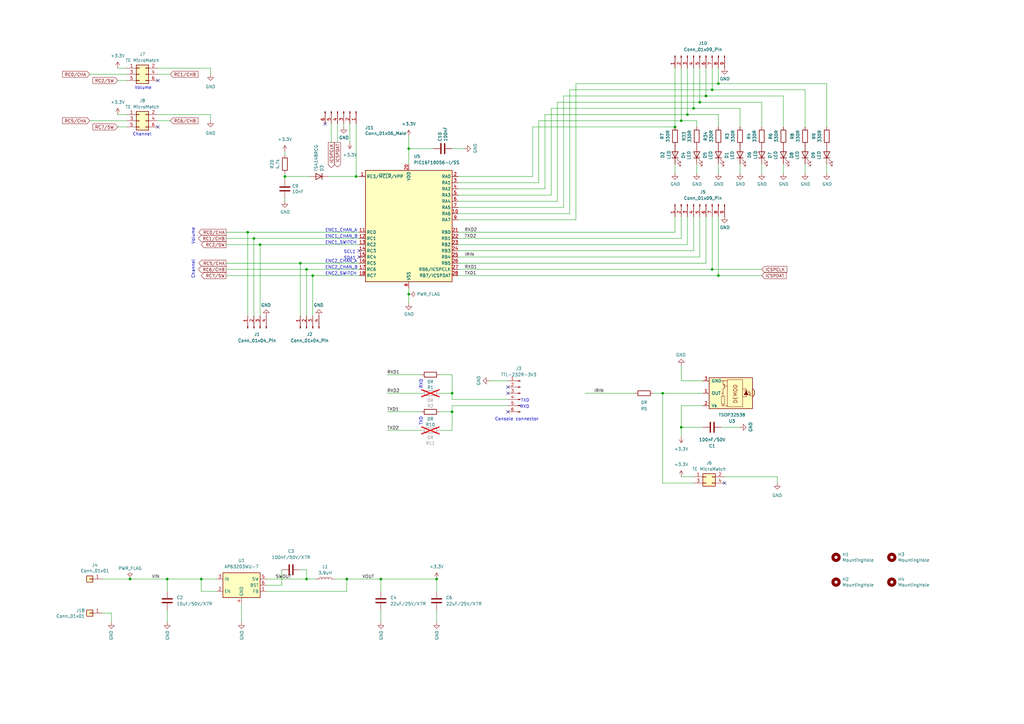
<source format=kicad_sch>
(kicad_sch (version 20250114) (generator "eeschema") (generator_version "9.0")
  (paper "A3")
  (title_block (title "Audio Input Selector IR Test") (date "2025-03-09") (rev "6") (comment 1 "https://github.com/schenkmi/electronic-projects"))
  (lib_symbols
    (symbol "+3.3V_1" (power) (pin_numbers (hide yes)) (pin_names (offset 0) (hide yes))
      (property "Value" "+3.3V" (at 0 3.556 0))
      (symbol "+3.3V_1_1_1"
        (pin power_in line (at 0 0 90) (length 0) (name "~") (number "1"))
      )
    )
    (symbol "Connector:Conn_01x04_Pin" (pin_names (offset 1.016) (hide yes))
      (property "Reference" "J" (at 0 5.08 0))
      (property "Value" "Conn_01x04_Pin" (at 0 -7.62 0))
      (symbol "Conn_01x04_Pin_1_1"
        (pin passive line (at 5.08 2.54 180) (length 3.81) (name "Pin_1") (number "1"))
        (pin passive line (at 5.08 0 180) (length 3.81) (name "Pin_2") (number "2"))
        (pin passive line (at 5.08 -2.54 180) (length 3.81) (name "Pin_3") (number "3"))
        (pin passive line (at 5.08 -5.08 180) (length 3.81) (name "Pin_4") (number "4"))
      )
    )
    (symbol "Connector:Conn_01x06_Male" (pin_names (offset 1.016) (hide yes))
      (property "Reference" "J" (at 0 7.62 0))
      (property "Value" "Conn_01x06_Male" (at 0 -10.16 0))
      (symbol "Conn_01x06_Male_1_1"
        (pin passive line (at 5.08 5.08 180) (length 3.81) (name "Pin_1") (number "1"))
        (pin passive line (at 5.08 2.54 180) (length 3.81) (name "Pin_2") (number "2"))
        (pin passive line (at 5.08 0 180) (length 3.81) (name "Pin_3") (number "3"))
        (pin passive line (at 5.08 -2.54 180) (length 3.81) (name "Pin_4") (number "4"))
        (pin passive line (at 5.08 -5.08 180) (length 3.81) (name "Pin_5") (number "5"))
        (pin passive line (at 5.08 -7.62 180) (length 3.81) (name "Pin_6") (number "6"))
      )
    )
    (symbol "Connector:Conn_01x06_Pin" (pin_names (offset 1.016) (hide yes))
      (property "Reference" "J" (at 0 7.62 0))
      (property "Value" "Conn_01x06_Pin" (at 0 -10.16 0))
      (symbol "Conn_01x06_Pin_1_1"
        (pin passive line (at 5.08 5.08 180) (length 3.81) (name "Pin_1") (number "1"))
        (pin passive line (at 5.08 2.54 180) (length 3.81) (name "Pin_2") (number "2"))
        (pin passive line (at 5.08 0 180) (length 3.81) (name "Pin_3") (number "3"))
        (pin passive line (at 5.08 -2.54 180) (length 3.81) (name "Pin_4") (number "4"))
        (pin passive line (at 5.08 -5.08 180) (length 3.81) (name "Pin_5") (number "5"))
        (pin passive line (at 5.08 -7.62 180) (length 3.81) (name "Pin_6") (number "6"))
      )
    )
    (symbol "Connector:Conn_01x09_Pin" (pin_names (offset 1.016) (hide yes))
      (property "Reference" "J" (at 0 12.7 0))
      (property "Value" "Conn_01x09_Pin" (at 0 -12.7 0))
      (symbol "Conn_01x09_Pin_1_1"
        (pin passive line (at 5.08 10.16 180) (length 3.81) (name "Pin_1") (number "1"))
        (pin passive line (at 5.08 7.62 180) (length 3.81) (name "Pin_2") (number "2"))
        (pin passive line (at 5.08 5.08 180) (length 3.81) (name "Pin_3") (number "3"))
        (pin passive line (at 5.08 2.54 180) (length 3.81) (name "Pin_4") (number "4"))
        (pin passive line (at 5.08 0 180) (length 3.81) (name "Pin_5") (number "5"))
        (pin passive line (at 5.08 -2.54 180) (length 3.81) (name "Pin_6") (number "6"))
        (pin passive line (at 5.08 -5.08 180) (length 3.81) (name "Pin_7") (number "7"))
        (pin passive line (at 5.08 -7.62 180) (length 3.81) (name "Pin_8") (number "8"))
        (pin passive line (at 5.08 -10.16 180) (length 3.81) (name "Pin_9") (number "9"))
      )
    )
    (symbol "Connector_Generic:Conn_01x01" (pin_names (offset 1.016) (hide yes))
      (property "Reference" "J" (at 0 2.54 0))
      (property "Value" "Conn_01x01" (at 0 -2.54 0))
      (symbol "Conn_01x01_1_1"
        (pin passive line (at -5.08 0 0) (length 3.81) (name "Pin_1") (number "1"))
      )
    )
    (symbol "Connector_Generic:Conn_02x02_Odd_Even" (pin_names (offset 1.016) (hide yes))
      (property "Reference" "J" (at 1.27 2.54 0))
      (property "Value" "Conn_02x02_Odd_Even" (at 1.27 -5.08 0))
      (symbol "Conn_02x02_Odd_Even_1_1"
        (pin passive line (at -5.08 0 0) (length 3.81) (name "Pin_1") (number "1"))
        (pin passive line (at -5.08 -2.54 0) (length 3.81) (name "Pin_3") (number "3"))
        (pin passive line (at 7.62 0 180) (length 3.81) (name "Pin_2") (number "2"))
        (pin passive line (at 7.62 -2.54 180) (length 3.81) (name "Pin_4") (number "4"))
      )
    )
    (symbol "Connector_Generic:Conn_02x03_Odd_Even" (pin_names (offset 1.016) (hide yes))
      (property "Reference" "J" (at 1.27 5.08 0))
      (property "Value" "Conn_02x03_Odd_Even" (at 1.27 -5.08 0))
      (symbol "Conn_02x03_Odd_Even_1_1"
        (pin passive line (at -5.08 2.54 0) (length 3.81) (name "Pin_1") (number "1"))
        (pin passive line (at -5.08 0 0) (length 3.81) (name "Pin_3") (number "3"))
        (pin passive line (at -5.08 -2.54 0) (length 3.81) (name "Pin_5") (number "5"))
        (pin passive line (at 7.62 2.54 180) (length 3.81) (name "Pin_2") (number "2"))
        (pin passive line (at 7.62 0 180) (length 3.81) (name "Pin_4") (number "4"))
        (pin passive line (at 7.62 -2.54 180) (length 3.81) (name "Pin_6") (number "6"))
      )
    )
    (symbol "Device:C" (pin_numbers (hide yes)) (pin_names (offset 0.254))
      (property "Reference" "C" (at 0.635 2.54 0))
      (property "Value" "C" (at 0.635 -2.54 0))
      (symbol "C_1_1"
        (pin passive line (at 0 3.81 270) (length 2.794) (name "~") (number "1"))
        (pin passive line (at 0 -3.81 90) (length 2.794) (name "~") (number "2"))
      )
    )
    (symbol "Device:L" (pin_numbers (hide yes)) (pin_names (offset 1.016) (hide yes))
      (property "Reference" "L" (at -1.27 0 90))
      (property "Value" "L" (at 1.905 0 90))
      (symbol "L_1_1"
        (pin passive line (at 0 3.81 270) (length 1.27) (name "1") (number "1"))
        (pin passive line (at 0 -3.81 90) (length 1.27) (name "2") (number "2"))
      )
    )
    (symbol "Device:LED" (pin_numbers (hide yes)) (pin_names (offset 1.016) (hide yes))
      (property "Reference" "D" (at 0 2.54 0))
      (property "Value" "LED" (at 0 -2.54 0))
      (symbol "LED_1_1"
        (pin passive line (at -3.81 0 0) (length 2.54) (name "K") (number "1"))
        (pin passive line (at 3.81 0 180) (length 2.54) (name "A") (number "2"))
      )
    )
    (symbol "Device:R" (pin_numbers (hide yes)) (pin_names (offset 0))
      (property "Reference" "R" (at 2.032 0 90))
      (property "Value" "R" (at 0 0 90))
      (symbol "R_1_1"
        (pin passive line (at 0 3.81 270) (length 1.27) (name "~") (number "1"))
        (pin passive line (at 0 -3.81 90) (length 1.27) (name "~") (number "2"))
      )
    )
    (symbol "Diode:1N4148W" (pin_numbers (hide yes)) (pin_names (hide yes))
      (property "Reference" "D" (at 0 2.54 0))
      (property "Value" "1N4148W" (at 0 -2.54 0))
      (symbol "1N4148W_1_1"
        (pin passive line (at -3.81 0 0) (length 2.54) (name "K") (number "1"))
        (pin passive line (at 3.81 0 180) (length 2.54) (name "A") (number "2"))
      )
    )
    (symbol "Interface_Optical:TSOP325xx" (pin_names (offset 1.016))
      (property "Reference" "U" (at -10.16 7.62 0))
      (property "Value" "TSOP325xx" (at -10.16 -7.62 0))
      (symbol "TSOP325xx_0_0"
        (text "DEMOD" (at -3.175 0.254 900) (effects (font (size 1.524 1.524))))
      )
      (symbol "TSOP325xx_1_1"
        (pin power_in line (at 10.16 5.08 180) (length 2.54) (name "Vs") (number "2"))
        (pin output line (at 10.16 0 180) (length 2.54) (name "OUT") (number "1"))
        (pin power_in line (at 10.16 -5.08 180) (length 2.54) (name "GND") (number "3"))
      )
    )
    (symbol "Mechanical:MountingHole" (pin_names (offset 1.016)) (exclude_from_sim yes) (in_bom no)
      (property "Reference" "H" (at 0 5.08 0))
      (property "Value" "MountingHole" (at 0 3.175 0))
    )
    (symbol "Regulator_Switching:AP63205WU"
      (property "Reference" "U" (at -7.62 6.35 0))
      (property "Value" "AP63205WU" (at 2.54 6.35 0))
      (symbol "AP63205WU_1_1"
        (pin power_in line (at -10.16 2.54 0) (length 2.54) (name "IN") (number "3"))
        (pin input line (at -10.16 -2.54 0) (length 2.54) (name "EN") (number "2"))
        (pin power_in line (at 0 -7.62 90) (length 2.54) (name "GND") (number "4"))
        (pin output line (at 10.16 2.54 180) (length 2.54) (name "SW") (number "5"))
        (pin passive line (at 10.16 0 180) (length 2.54) (name "BST") (number "6"))
        (pin input line (at 10.16 -2.54 180) (length 2.54) (name "FB") (number "1"))
      )
    )
    (symbol "kicad-snk:PIC16F18056-I/SS"
      (property "Reference" "U" (at 2.54 27.94 0))
      (property "Value" "PIC16F18056-I{slash}SS" (at 10.16 25.4 0))
      (symbol "PIC16F18056-I/SS_0_0"
        (pin passive line (at 0 -25.4 90) (length 2.54) (hide yes) (name "VSS") (number "19"))
      )
      (symbol "PIC16F18056-I/SS_1_1"
        (pin input line (at -20.32 20.32 0) (length 2.54) (name "RE3/~{MCLR}/VPP") (number "1"))
        (pin bidirectional line (at -20.32 -2.54 0) (length 2.54) (name "RC0") (number "11"))
        (pin bidirectional line (at -20.32 -5.08 0) (length 2.54) (name "RC1") (number "12"))
        (pin bidirectional line (at -20.32 -7.62 0) (length 2.54) (name "RC2") (number "13"))
        (pin bidirectional line (at -20.32 -10.16 0) (length 2.54) (name "RC3") (number "14"))
        (pin bidirectional line (at -20.32 -12.7 0) (length 2.54) (name "RC4") (number "15"))
        (pin bidirectional line (at -20.32 -15.24 0) (length 2.54) (name "RC5") (number "16"))
        (pin bidirectional line (at -20.32 -17.78 0) (length 2.54) (name "RC6") (number "17"))
        (pin bidirectional line (at -20.32 -20.32 0) (length 2.54) (name "RC7") (number "18"))
        (pin power_in line (at 0 25.4 270) (length 2.54) (name "VDD") (number "20"))
        (pin power_in line (at 0 -25.4 90) (length 2.54) (name "VSS") (number "8"))
        (pin bidirectional line (at 20.32 20.32 180) (length 2.54) (name "RA0") (number "2"))
        (pin bidirectional line (at 20.32 17.78 180) (length 2.54) (name "RA1") (number "3"))
        (pin bidirectional line (at 20.32 15.24 180) (length 2.54) (name "RA2") (number "4"))
        (pin bidirectional line (at 20.32 12.7 180) (length 2.54) (name "RA3") (number "5"))
        (pin bidirectional line (at 20.32 10.16 180) (length 2.54) (name "RA4") (number "6"))
        (pin bidirectional line (at 20.32 7.62 180) (length 2.54) (name "RA5") (number "7"))
        (pin bidirectional line (at 20.32 5.08 180) (length 2.54) (name "RA6") (number "10"))
        (pin bidirectional line (at 20.32 2.54 180) (length 2.54) (name "RA7") (number "9"))
        (pin bidirectional line (at 20.32 -2.54 180) (length 2.54) (name "RB0") (number "21"))
        (pin bidirectional line (at 20.32 -5.08 180) (length 2.54) (name "RB1") (number "22"))
        (pin bidirectional line (at 20.32 -7.62 180) (length 2.54) (name "RB2") (number "23"))
        (pin bidirectional line (at 20.32 -10.16 180) (length 2.54) (name "RB3") (number "24"))
        (pin bidirectional line (at 20.32 -12.7 180) (length 2.54) (name "RB4") (number "25"))
        (pin bidirectional line (at 20.32 -15.24 180) (length 2.54) (name "RB5") (number "26"))
        (pin bidirectional line (at 20.32 -17.78 180) (length 2.54) (name "RB6/ICSPCLK") (number "27"))
        (pin bidirectional line (at 20.32 -20.32 180) (length 2.54) (name "RB7/ICSPDAT") (number "28"))
      )
    )
    (symbol "power:GND" (power) (pin_numbers (hide yes)) (pin_names (offset 0) (hide yes))
      (property "Value" "GND" (at 0 -3.81 0))
      (symbol "GND_1_1"
        (pin power_in line (at 0 0 270) (length 0) (name "~") (number "1"))
      )
    )
    (symbol "power:PWR_FLAG" (power) (pin_numbers (hide yes)) (pin_names (offset 0) (hide yes))
      (property "Value" "PWR_FLAG" (at 0 3.81 0))
      (symbol "PWR_FLAG_0_0"
        (pin power_out line (at 0 0 90) (length 0) (name "~") (number "1"))
      )
    )
  )
  (text "TXD" (at 217.17 165.1 0) (effects (font (size 1.27 1.27)) (justify right bottom)))
  (text "SCL1" (at 140.97 104.14 0) (effects (font (size 1.27 1.27)) (justify left bottom)))
  (text "ENC2_CHAN_A" (at 133.35 107.95 0) (effects (font (size 1.27 1.27)) (justify left bottom)))
  (text "Channel" (at 80.01 114.3 90) (effects (font (size 1.27 1.27)) (justify left bottom)))
  (text "ENC2_SWITCH" (at 133.35 113.03 0) (effects (font (size 1.27 1.27)) (justify left bottom)))
  (text "ENC1_SWITCH" (at 133.35 100.33 0) (effects (font (size 1.27 1.27)) (justify left bottom)))
  (text "SDA1" (at 140.97 106.68 0) (effects (font (size 1.27 1.27)) (justify left bottom)))
  (text "ENC1_CHAN_A" (at 133.35 95.25 0) (effects (font (size 1.27 1.27)) (justify left bottom)))
  (text "RXD" (at 172.72 157.48 90) (effects (font (size 1.27 1.27))))
  (text "Console connector" (at 220.98 172.72 0) (effects (font (size 1.27 1.27)) (justify right bottom)))
  (text "Channel" (at 62.23 55.88 0) (effects (font (size 1.27 1.27)) (justify right bottom)))
  (text "ENC1_CHAN_B" (at 133.35 97.79 0) (effects (font (size 1.27 1.27)) (justify left bottom)))
  (text "Volume" (at 62.23 36.83 0) (effects (font (size 1.27 1.27)) (justify right bottom)))
  (text "ENC2_CHAN_B" (at 133.35 110.49 0) (effects (font (size 1.27 1.27)) (justify left bottom)))
  (text "RXD" (at 217.17 167.64 0) (effects (font (size 1.27 1.27)) (justify right bottom)))
  (text "Volume" (at 80.01 100.33 90) (effects (font (size 1.27 1.27)) (justify left bottom)))
  (text "TXD" (at 172.72 172.72 90) (effects (font (size 1.27 1.27))))
  (junction (at 167.64 60.96))
  (junction (at 146.05 72.39))
  (junction (at 279.4 175.26))
  (junction (at 276.86 52.07))
  (junction (at 128.27 113.03))
  (junction (at 123.19 107.95))
  (junction (at 294.64 34.29))
  (junction (at 142.24 237.49))
  (junction (at 104.14 97.79))
  (junction (at 53.34 237.49))
  (junction (at 185.42 161.29))
  (junction (at 281.94 46.99))
  (junction (at 156.21 237.49))
  (junction (at 292.1 110.49))
  (junction (at 289.56 39.37))
  (junction (at 167.64 120.65))
  (junction (at 279.4 49.53))
  (junction (at 179.07 237.49))
  (junction (at 284.48 44.45))
  (junction (at 101.6 95.25))
  (junction (at 106.68 100.33))
  (junction (at 185.42 168.91))
  (junction (at 287.02 41.91))
  (junction (at 125.73 110.49))
  (junction (at 271.78 161.29))
  (junction (at 116.84 72.39))
  (junction (at 294.64 113.03))
  (junction (at 82.55 237.49))
  (junction (at 68.58 237.49))
  (junction (at 292.1 36.83))
  (junction (at 125.73 237.49))
  (no_connect (at 64.77 33.02))
  (no_connect (at 64.77 52.07))
  (no_connect (at 208.28 161.29))
  (no_connect (at 208.28 168.91))
  (no_connect (at 297.18 198.12))
  (no_connect (at 208.28 158.75))
  (no_connect (at 147.32 105.41))
  (no_connect (at 147.32 102.87))
  (no_connect (at 133.35 50.8))
  (wire (pts (xy 292.1 36.83) (xy 330.2 36.83)))
  (wire (pts (xy 101.6 95.25) (xy 147.32 95.25)))
  (wire (pts (xy 177.8 60.96) (xy 167.64 60.96)))
  (wire (pts (xy 281.94 27.94) (xy 281.94 46.99)))
  (wire (pts (xy 92.71 97.79) (xy 104.14 97.79)))
  (wire (pts (xy 187.96 72.39) (xy 218.44 72.39)))
  (wire (pts (xy 279.4 175.26) (xy 279.4 166.37)))
  (wire (pts (xy 303.53 175.26) (xy 295.91 175.26)))
  (wire (pts (xy 287.02 41.91) (xy 312.42 41.91)))
  (wire (pts (xy 104.14 97.79) (xy 104.14 129.54)))
  (wire (pts (xy 294.64 34.29) (xy 339.09 34.29)))
  (wire (pts (xy 86.36 27.94) (xy 86.36 30.48)))
  (wire (pts (xy 220.98 49.53) (xy 279.4 49.53)))
  (wire (pts (xy 142.24 242.57) (xy 142.24 237.49)))
  (wire (pts (xy 187.96 95.25) (xy 276.86 95.25)))
  (wire (pts (xy 279.4 156.21) (xy 288.29 156.21)))
  (wire (pts (xy 339.09 34.29) (xy 339.09 52.07)))
  (wire (pts (xy 88.9 242.57) (xy 82.55 242.57)))
  (wire (pts (xy 187.96 102.87) (xy 284.48 102.87)))
  (wire (pts (xy 284.48 27.94) (xy 284.48 44.45)))
  (wire (pts (xy 281.94 46.99) (xy 294.64 46.99)))
  (wire (pts (xy 185.42 161.29) (xy 185.42 153.67)))
  (wire (pts (xy 82.55 242.57) (xy 82.55 237.49)))
  (wire (pts (xy 185.42 168.91) (xy 180.34 168.91)))
  (wire (pts (xy 101.6 95.25) (xy 101.6 129.54)))
  (wire (pts (xy 187.96 90.17) (xy 236.22 90.17)))
  (wire (pts (xy 142.24 237.49) (xy 156.21 237.49)))
  (wire (pts (xy 284.48 198.12) (xy 271.78 198.12)))
  (wire (pts (xy 134.62 72.39) (xy 146.05 72.39)))
  (wire (pts (xy 303.53 44.45) (xy 303.53 52.07)))
  (wire (pts (xy 128.27 113.03) (xy 128.27 129.54)))
  (wire (pts (xy 292.1 27.94) (xy 292.1 36.83)))
  (wire (pts (xy 279.4 97.79) (xy 279.4 88.9)))
  (wire (pts (xy 158.75 161.29) (xy 172.72 161.29)))
  (wire (pts (xy 187.96 97.79) (xy 279.4 97.79)))
  (wire (pts (xy 218.44 72.39) (xy 218.44 52.07)))
  (wire (pts (xy 187.96 82.55) (xy 228.6 82.55)))
  (wire (pts (xy 303.53 67.31) (xy 303.53 71.12)))
  (wire (pts (xy 179.07 250.19) (xy 179.07 255.27)))
  (wire (pts (xy 288.29 166.37) (xy 279.4 166.37)))
  (wire (pts (xy 294.64 88.9) (xy 294.64 113.03)))
  (wire (pts (xy 236.22 34.29) (xy 294.64 34.29)))
  (wire (pts (xy 156.21 237.49) (xy 156.21 242.57)))
  (wire (pts (xy 321.31 67.31) (xy 321.31 71.12)))
  (wire (pts (xy 187.96 80.01) (xy 226.06 80.01)))
  (wire (pts (xy 158.75 168.91) (xy 172.72 168.91)))
  (wire (pts (xy 233.68 36.83) (xy 292.1 36.83)))
  (wire (pts (xy 99.06 247.65) (xy 99.06 255.27)))
  (wire (pts (xy 312.42 41.91) (xy 312.42 52.07)))
  (wire (pts (xy 179.07 242.57) (xy 179.07 237.49)))
  (wire (pts (xy 289.56 27.94) (xy 289.56 39.37)))
  (wire (pts (xy 128.27 113.03) (xy 147.32 113.03)))
  (wire (pts (xy 138.43 50.8) (xy 138.43 58.42)))
  (wire (pts (xy 187.96 85.09) (xy 231.14 85.09)))
  (wire (pts (xy 297.18 195.58) (xy 318.77 195.58)))
  (wire (pts (xy 260.35 161.29) (xy 240.03 161.29)))
  (wire (pts (xy 321.31 39.37) (xy 321.31 52.07)))
  (wire (pts (xy 289.56 107.95) (xy 289.56 88.9)))
  (wire (pts (xy 279.4 179.07) (xy 279.4 175.26)))
  (wire (pts (xy 339.09 67.31) (xy 339.09 71.12)))
  (wire (pts (xy 92.71 110.49) (xy 125.73 110.49)))
  (wire (pts (xy 123.19 129.54) (xy 123.19 107.95)))
  (wire (pts (xy 187.96 74.93) (xy 220.98 74.93)))
  (wire (pts (xy 48.26 33.02) (xy 52.07 33.02)))
  (wire (pts (xy 185.42 153.67) (xy 180.34 153.67)))
  (wire (pts (xy 187.96 107.95) (xy 289.56 107.95)))
  (wire (pts (xy 330.2 67.31) (xy 330.2 71.12)))
  (wire (pts (xy 276.86 95.25) (xy 276.86 88.9)))
  (wire (pts (xy 125.73 237.49) (xy 129.54 237.49)))
  (wire (pts (xy 109.22 237.49) (xy 125.73 237.49)))
  (wire (pts (xy 92.71 100.33) (xy 106.68 100.33)))
  (wire (pts (xy 146.05 50.8) (xy 146.05 72.39)))
  (wire (pts (xy 312.42 67.31) (xy 312.42 71.12)))
  (wire (pts (xy 185.42 176.53) (xy 185.42 168.91)))
  (wire (pts (xy 226.06 80.01) (xy 226.06 44.45)))
  (wire (pts (xy 288.29 175.26) (xy 279.4 175.26)))
  (wire (pts (xy 294.64 46.99) (xy 294.64 52.07)))
  (wire (pts (xy 123.19 107.95) (xy 147.32 107.95)))
  (wire (pts (xy 318.77 195.58) (xy 318.77 198.12)))
  (wire (pts (xy 64.77 49.53) (xy 69.85 49.53)))
  (wire (pts (xy 45.72 255.27) (xy 45.72 251.46)))
  (wire (pts (xy 279.4 27.94) (xy 279.4 49.53)))
  (wire (pts (xy 294.64 67.31) (xy 294.64 71.12)))
  (wire (pts (xy 143.51 50.8) (xy 143.51 58.42)))
  (wire (pts (xy 292.1 110.49) (xy 312.42 110.49)))
  (wire (pts (xy 218.44 52.07) (xy 276.86 52.07)))
  (wire (pts (xy 180.34 176.53) (xy 185.42 176.53)))
  (wire (pts (xy 158.75 176.53) (xy 172.72 176.53)))
  (wire (pts (xy 223.52 77.47) (xy 223.52 46.99)))
  (wire (pts (xy 41.91 251.46) (xy 45.72 251.46)))
  (wire (pts (xy 156.21 237.49) (xy 179.07 237.49)))
  (wire (pts (xy 167.64 55.88) (xy 167.64 60.96)))
  (wire (pts (xy 226.06 44.45) (xy 284.48 44.45)))
  (wire (pts (xy 228.6 82.55) (xy 228.6 41.91)))
  (wire (pts (xy 281.94 100.33) (xy 281.94 88.9)))
  (wire (pts (xy 116.84 72.39) (xy 116.84 71.12)))
  (wire (pts (xy 289.56 39.37) (xy 321.31 39.37)))
  (wire (pts (xy 167.64 124.46) (xy 167.64 120.65)))
  (wire (pts (xy 285.75 67.31) (xy 285.75 71.12)))
  (wire (pts (xy 125.73 110.49) (xy 125.73 129.54)))
  (wire (pts (xy 156.21 250.19) (xy 156.21 255.27)))
  (wire (pts (xy 276.86 27.94) (xy 276.86 52.07)))
  (wire (pts (xy 68.58 250.19) (xy 68.58 255.27)))
  (wire (pts (xy 287.02 27.94) (xy 287.02 41.91)))
  (wire (pts (xy 146.05 72.39) (xy 147.32 72.39)))
  (wire (pts (xy 187.96 100.33) (xy 281.94 100.33)))
  (wire (pts (xy 64.77 46.99) (xy 86.36 46.99)))
  (wire (pts (xy 231.14 85.09) (xy 231.14 39.37)))
  (wire (pts (xy 109.22 242.57) (xy 142.24 242.57)))
  (wire (pts (xy 279.4 195.58) (xy 284.48 195.58)))
  (wire (pts (xy 236.22 90.17) (xy 236.22 34.29)))
  (wire (pts (xy 285.75 49.53) (xy 285.75 52.07)))
  (wire (pts (xy 223.52 46.99) (xy 281.94 46.99)))
  (wire (pts (xy 109.22 240.03) (xy 115.57 240.03)))
  (wire (pts (xy 228.6 41.91) (xy 287.02 41.91)))
  (wire (pts (xy 115.57 240.03) (xy 115.57 233.68)))
  (wire (pts (xy 208.28 163.83) (xy 185.42 163.83)))
  (wire (pts (xy 271.78 198.12) (xy 271.78 161.29)))
  (wire (pts (xy 187.96 113.03) (xy 294.64 113.03)))
  (wire (pts (xy 187.96 87.63) (xy 233.68 87.63)))
  (wire (pts (xy 284.48 102.87) (xy 284.48 88.9)))
  (wire (pts (xy 294.64 113.03) (xy 312.42 113.03)))
  (wire (pts (xy 279.4 149.86) (xy 279.4 156.21)))
  (wire (pts (xy 167.64 120.65) (xy 167.64 118.11)))
  (wire (pts (xy 123.19 233.68) (xy 125.73 233.68)))
  (wire (pts (xy 200.66 156.21) (xy 208.28 156.21)))
  (wire (pts (xy 185.42 60.96) (xy 190.5 60.96)))
  (wire (pts (xy 220.98 74.93) (xy 220.98 49.53)))
  (wire (pts (xy 292.1 88.9) (xy 292.1 110.49)))
  (wire (pts (xy 48.26 46.99) (xy 52.07 46.99)))
  (wire (pts (xy 187.96 105.41) (xy 287.02 105.41)))
  (wire (pts (xy 106.68 100.33) (xy 147.32 100.33)))
  (wire (pts (xy 185.42 166.37) (xy 185.42 168.91)))
  (wire (pts (xy 185.42 163.83) (xy 185.42 161.29)))
  (wire (pts (xy 142.24 237.49) (xy 137.16 237.49)))
  (wire (pts (xy 127 72.39) (xy 116.84 72.39)))
  (wire (pts (xy 116.84 73.66) (xy 116.84 72.39)))
  (wire (pts (xy 330.2 36.83) (xy 330.2 52.07)))
  (wire (pts (xy 187.96 110.49) (xy 292.1 110.49)))
  (wire (pts (xy 279.4 49.53) (xy 285.75 49.53)))
  (wire (pts (xy 287.02 105.41) (xy 287.02 88.9)))
  (wire (pts (xy 64.77 27.94) (xy 86.36 27.94)))
  (wire (pts (xy 208.28 166.37) (xy 185.42 166.37)))
  (wire (pts (xy 233.68 87.63) (xy 233.68 36.83)))
  (wire (pts (xy 116.84 82.55) (xy 116.84 81.28)))
  (wire (pts (xy 106.68 100.33) (xy 106.68 129.54)))
  (wire (pts (xy 276.86 67.31) (xy 276.86 71.12)))
  (wire (pts (xy 180.34 161.29) (xy 185.42 161.29)))
  (wire (pts (xy 125.73 110.49) (xy 147.32 110.49)))
  (wire (pts (xy 68.58 237.49) (xy 68.58 242.57)))
  (wire (pts (xy 82.55 237.49) (xy 88.9 237.49)))
  (wire (pts (xy 68.58 237.49) (xy 82.55 237.49)))
  (wire (pts (xy 53.34 237.49) (xy 68.58 237.49)))
  (wire (pts (xy 41.91 237.49) (xy 53.34 237.49)))
  (wire (pts (xy 92.71 95.25) (xy 101.6 95.25)))
  (wire (pts (xy 36.83 49.53) (xy 52.07 49.53)))
  (wire (pts (xy 36.83 30.48) (xy 52.07 30.48)))
  (wire (pts (xy 231.14 39.37) (xy 289.56 39.37)))
  (wire (pts (xy 187.96 77.47) (xy 223.52 77.47)))
  (wire (pts (xy 294.64 27.94) (xy 294.64 34.29)))
  (wire (pts (xy 92.71 107.95) (xy 123.19 107.95)))
  (wire (pts (xy 167.64 60.96) (xy 167.64 67.31)))
  (wire (pts (xy 92.71 113.03) (xy 128.27 113.03)))
  (wire (pts (xy 86.36 46.99) (xy 86.36 49.53)))
  (wire (pts (xy 125.73 233.68) (xy 125.73 237.49)))
  (wire (pts (xy 158.75 153.67) (xy 172.72 153.67)))
  (wire (pts (xy 116.84 63.5) (xy 116.84 62.23)))
  (wire (pts (xy 64.77 30.48) (xy 69.85 30.48)))
  (wire (pts (xy 48.26 52.07) (xy 52.07 52.07)))
  (wire (pts (xy 284.48 44.45) (xy 303.53 44.45)))
  (wire (pts (xy 104.14 97.79) (xy 147.32 97.79)))
  (wire (pts (xy 48.26 27.94) (xy 52.07 27.94)))
  (wire (pts (xy 271.78 161.29) (xy 267.97 161.29)))
  (wire (pts (xy 135.89 50.8) (xy 135.89 58.42)))
  (wire (pts (xy 288.29 161.29) (xy 271.78 161.29)))
  (wire (pts (xy 140.97 50.8) (xy 140.97 52.07)))
  (label "RXD2" (at 190.5 95.25 0))
  (label "RXD2" (at 158.75 161.29 0))
  (label "VIN" (at 62.23 237.49 0))
  (label "VOUT" (at 148.59 237.49 0))
  (label "TXD2" (at 158.75 176.53 0))
  (label "TXD1" (at 190.5 113.03 0))
  (label "IRIN" (at 247.65 161.29 180))
  (label "SWOUT" (at 113.03 237.49 0))
  (label "TXD2" (at 190.5 97.79 0))
  (label "RXD1" (at 158.75 153.67 0))
  (label "TXD1" (at 158.75 168.91 0))
  (label "RXD1" (at 190.5 110.49 0))
  (label "IRIN" (at 190.5 105.41 0))
  (global_label "ICSPDAT" (shape output) (at 138.43 58.42 270) (property "Intersheetrefs" "${INTERSHEET_REFS}" (effects (hide yes))))
  (global_label "RC0{slash}CHA" (shape input) (at 36.83 30.48 180) (property "Intersheetrefs" "${INTERSHEET_REFS}" (effects (hide yes))))
  (global_label "RC2{slash}SW" (shape output) (at 92.71 100.33 180) (property "Intersheetrefs" "${INTERSHEET_REFS}" (effects (hide yes))))
  (global_label "RC7{slash}SW" (shape input) (at 48.26 52.07 180) (property "Intersheetrefs" "${INTERSHEET_REFS}" (effects (hide yes))))
  (global_label "RC6{slash}CHB" (shape input) (at 69.85 49.53 0) (property "Intersheetrefs" "${INTERSHEET_REFS}" (effects (hide yes))))
  (global_label "RC7{slash}SW" (shape output) (at 92.71 113.03 180) (property "Intersheetrefs" "${INTERSHEET_REFS}" (effects (hide yes))))
  (global_label "RC6{slash}CHB" (shape output) (at 92.71 110.49 180) (property "Intersheetrefs" "${INTERSHEET_REFS}" (effects (hide yes))))
  (global_label "RC5{slash}CHA" (shape input) (at 36.83 49.53 180) (property "Intersheetrefs" "${INTERSHEET_REFS}" (effects (hide yes))))
  (global_label "RC0{slash}CHA" (shape output) (at 92.71 95.25 180) (property "Intersheetrefs" "${INTERSHEET_REFS}" (effects (hide yes))))
  (global_label "ICSPDAT" (shape input) (at 312.42 113.03 0) (property "Intersheetrefs" "${INTERSHEET_REFS}" (effects (hide yes))))
  (global_label "ICSPCLK" (shape input) (at 312.42 110.49 0) (property "Intersheetrefs" "${INTERSHEET_REFS}" (effects (hide yes))))
  (global_label "RC2{slash}SW" (shape input) (at 48.26 33.02 180) (property "Intersheetrefs" "${INTERSHEET_REFS}" (effects (hide yes))))
  (global_label "RC1{slash}CHB" (shape input) (at 69.85 30.48 0) (property "Intersheetrefs" "${INTERSHEET_REFS}" (effects (hide yes))))
  (global_label "RC5{slash}CHA" (shape output) (at 92.71 107.95 180) (property "Intersheetrefs" "${INTERSHEET_REFS}" (effects (hide yes))))
  (global_label "ICSPCLK" (shape output) (at 135.89 58.42 270) (property "Intersheetrefs" "${INTERSHEET_REFS}" (effects (hide yes))))
  (global_label "RC1{slash}CHB" (shape output) (at 92.71 97.79 180) (property "Intersheetrefs" "${INTERSHEET_REFS}" (effects (hide yes))))
  (symbol (lib_id "Mechanical:MountingHole") (at 342.9 228.6 0) (unit 1)
    (property "Reference" "H1" (at 345.44 227.4316 0) (effects (justify left)))
    (property "Value" "MountingHole" (at 345.44 229.743 0) (effects (justify left)))
    (property "Footprint" "MountingHole:MountingHole_3.2mm_M3_Pad_Via" (effects (hide yes)))
    (property "Description" "Mounting Hole without connection" (effects (hide yes)))
  )
  (symbol (lib_id "Mechanical:MountingHole") (at 365.76 228.6 0) (unit 1)
    (property "Reference" "H3" (at 368.3 227.4316 0) (effects (justify left)))
    (property "Value" "MountingHole" (at 368.3 229.743 0) (effects (justify left)))
    (property "Footprint" "MountingHole:MountingHole_3.2mm_M3_Pad_Via" (effects (hide yes)))
    (property "Description" "Mounting Hole without connection" (effects (hide yes)))
  )
  (symbol (lib_id "Mechanical:MountingHole") (at 342.9 238.76 0) (unit 1)
    (property "Reference" "H2" (at 345.44 237.5916 0) (effects (justify left)))
    (property "Value" "MountingHole" (at 345.44 239.903 0) (effects (justify left)))
    (property "Footprint" "MountingHole:MountingHole_3.2mm_M3_Pad_Via" (effects (hide yes)))
    (property "Description" "Mounting Hole without connection" (effects (hide yes)))
  )
  (symbol (lib_id "Mechanical:MountingHole") (at 365.76 238.76 0) (unit 1)
    (property "Reference" "H4" (at 368.3 237.5916 0) (effects (justify left)))
    (property "Value" "MountingHole" (at 368.3 239.903 0) (effects (justify left)))
    (property "Footprint" "MountingHole:MountingHole_3.2mm_M3_Pad_Via" (effects (hide yes)))
    (property "Description" "Mounting Hole without connection" (effects (hide yes)))
  )
  (symbol (lib_id "Device:C") (at 292.1 175.26 270) (unit 1)
    (property "Reference" "C1" (at 292.1 182.88 90))
    (property "Value" "100nF/50V" (at 292.1 180.34 90))
    (property "Footprint" "Capacitor_SMD:C_0603_1608Metric_Pad1.08x0.95mm_HandSolder" (effects (hide yes)))
  )
  (symbol (lib_name "+3.3V_1") (lib_id "power:+3.3V") (at 279.4 195.58 0) (unit 1)
    (property "Reference" "#PWR031" (effects (hide yes)))
    (property "Value" "+3.3V" (at 279.4 190.5 0))
    (property "Description" "Power symbol creates a global label with name \"+3.3V\"" (effects (hide yes)))
  )
  (symbol (lib_id "power:GND") (at 109.22 129.54 180) (unit 1)
    (property "Reference" "#PWR026" (effects (hide yes)))
    (property "Value" "GND" (at 109.093 125.1458 0))
  )
  (symbol (lib_id "Device:R") (at 330.2 55.88 0) (unit 1)
    (property "Reference" "R8" (at 324.9422 55.88 90))
    (property "Value" "330R" (at 327.2536 55.88 90))
    (property "Footprint" "Resistor_SMD:R_0603_1608Metric_Pad0.98x0.95mm_HandSolder" (effects (hide yes)))
    (property "manf#" "RT0603FRD07330RL" (effects (hide yes)))
  )
  (symbol (lib_id "Device:C") (at 179.07 246.38 0) (unit 1)
    (property "Reference" "C6" (at 182.88 245.1099 0) (effects (justify left)))
    (property "Value" "22uF/25V/X7R" (at 182.88 247.6499 0) (effects (justify left)))
    (property "Footprint" "Capacitor_SMD:C_1210_3225Metric_Pad1.33x2.70mm_HandSolder" (effects (hide yes)))
    (property "Description" "Unpolarized capacitor" (effects (hide yes)))
  )
  (symbol (lib_id "power:GND") (at 68.58 255.27 0) (unit 1)
    (property "Reference" "#PWR013" (effects (hide yes)))
    (property "Value" "GND" (at 68.707 258.5212 90) (effects (justify right)))
  )
  (symbol (lib_id "power:GND") (at 321.31 71.12 0) (unit 1)
    (property "Reference" "#PWR020" (effects (hide yes)))
    (property "Value" "GND" (at 321.437 75.5142 0))
  )
  (symbol (lib_id "power:PWR_FLAG") (at 53.34 237.49 0) (unit 1)
    (property "Reference" "#FLG01" (effects (hide yes)))
    (property "Value" "PWR_FLAG" (at 53.34 233.0958 0))
  )
  (symbol (lib_id "Device:R") (at 176.53 153.67 90) (unit 1)
    (property "Reference" "R1" (at 176.53 158.9278 90))
    (property "Value" "0R" (at 176.53 156.6164 90))
    (property "Footprint" "Resistor_SMD:R_0603_1608Metric_Pad0.98x0.95mm_HandSolder" (effects (hide yes)))
    (property "manf#" "RT0603FRD07330RL" (effects (hide yes)))
  )
  (symbol (lib_id "Connector:Conn_01x06_Male") (at 140.97 45.72 270) (unit 1)
    (property "Reference" "J11" (at 149.7076 52.3748 90) (effects (justify left)))
    (property "Value" "Conn_01x06_Male" (at 149.7076 54.6862 90) (effects (justify left)))
    (property "Footprint" "Connector_PinHeader_2.54mm:PinHeader_1x06_P2.54mm_Vertical" (effects (hide yes)))
  )
  (symbol (lib_id "power:GND") (at 312.42 71.12 0) (unit 1)
    (property "Reference" "#PWR019" (effects (hide yes)))
    (property "Value" "GND" (at 312.547 75.5142 0))
  )
  (symbol (lib_id "Connector:Conn_01x09_Pin") (at 287.02 22.86 90) (mirror x) (unit 1)
    (property "Reference" "J10" (at 288.29 17.78 90))
    (property "Value" "Conn_01x09_Pin" (at 288.29 20.32 90))
    (property "Footprint" "Connector_PinHeader_2.54mm:PinHeader_1x09_P2.54mm_Vertical" (effects (hide yes)))
    (property "Description" "Generic connector, single row, 01x09, script generated" (effects (hide yes)))
  )
  (symbol (lib_id "Connector_Generic:Conn_02x03_Odd_Even") (at 57.15 49.53 0) (unit 1)
    (property "Reference" "J8" (at 58.42 41.275 0))
    (property "Value" "TE MicroMatch" (at 58.42 43.815 0))
    (property "Footprint" "Connector_TE-Connectivity:TE_Micro-MaTch_215079-6_2x03_P1.27mm_Vertical" (effects (hide yes)))
    (property "Description" "Generic connector, double row, 02x03, odd/even pin numbering scheme (row 1 odd numbers, row 2 even numbers), script generated (kicad-library-utils/schlib/autogen/connector/)" (effects (hide yes)))
  )
  (symbol (lib_id "power:GND") (at 190.5 60.96 90) (unit 1)
    (property "Reference" "#PWR0155" (effects (hide yes)))
    (property "Value" "GND" (at 194.8942 60.833 0))
    (property "Description" "Power symbol creates a global label with name \"GND\" , ground" (effects (hide yes)))
  )
  (symbol (lib_id "Connector:Conn_01x09_Pin") (at 287.02 83.82 90) (mirror x) (unit 1)
    (property "Reference" "J5" (at 288.29 78.74 90))
    (property "Value" "Conn_01x09_Pin" (at 288.29 81.28 90))
    (property "Footprint" "Connector_PinHeader_2.54mm:PinHeader_1x09_P2.54mm_Vertical" (effects (hide yes)))
    (property "Description" "Generic connector, single row, 01x09, script generated" (effects (hide yes)))
  )
  (symbol (lib_name "+3.3V_1") (lib_id "power:+3.3V") (at 279.4 179.07 180) (unit 1)
    (property "Reference" "#PWR030" (effects (hide yes)))
    (property "Value" "+3.3V" (at 279.4 184.15 0))
    (property "Description" "Power symbol creates a global label with name \"+3.3V\"" (effects (hide yes)))
  )
  (symbol (lib_id "Device:R") (at 264.16 161.29 270) (unit 1)
    (property "Reference" "R5" (at 264.16 167.64 90))
    (property "Value" "0R" (at 264.16 165.1 90))
    (property "Footprint" "Resistor_SMD:R_0603_1608Metric_Pad0.98x0.95mm_HandSolder" (effects (hide yes)))
  )
  (symbol (lib_name "+3.3V_1") (lib_id "power:+3.3V") (at 48.26 27.94 0) (unit 1)
    (property "Reference" "#PWR07" (effects (hide yes)))
    (property "Value" "+3.3V" (at 48.26 22.86 0))
    (property "Description" "Power symbol creates a global label with name \"+3.3V\"" (effects (hide yes)))
  )
  (symbol (lib_id "Regulator_Switching:AP63205WU") (at 99.06 240.03 0) (unit 1)
    (property "Reference" "U1" (at 99.06 229.87 0))
    (property "Value" "AP63203WU-7" (at 99.06 232.41 0))
    (property "Footprint" "Package_TO_SOT_SMD:TSOT-23-6" (effects (hide yes)))
    (property "Datasheet" "https://www.diodes.com/assets/Datasheets/AP63200-AP63201-AP63203-AP63205.pdf" (effects (hide yes)))
    (property "Description" "2A, 1.1MHz Buck DC/DC Converter, fixed 5.0V output voltage, TSOT-23-6" (effects (hide yes)))
  )
  (symbol (lib_id "Connector_Generic:Conn_01x01") (at 36.83 251.46 0) (mirror y) (unit 1)
    (property "Reference" "J18" (at 34.798 250.3932 0) (effects (justify left)))
    (property "Value" "Conn_01x01" (at 34.798 252.7046 0) (effects (justify left)))
    (property "Footprint" "Connector_Pin:Pin_D1.0mm_L10.0mm" (effects (hide yes)))
  )
  (symbol (lib_id "Device:R") (at 276.86 55.88 0) (unit 1)
    (property "Reference" "R7" (at 271.6022 55.88 90))
    (property "Value" "330R" (at 273.9136 55.88 90))
    (property "Footprint" "Resistor_SMD:R_0603_1608Metric_Pad0.98x0.95mm_HandSolder" (effects (hide yes)))
    (property "manf#" "RT0603FRD07330RL" (effects (hide yes)))
  )
  (symbol (lib_id "power:GND") (at 279.4 149.86 180) (unit 1)
    (property "Reference" "#PWR08" (effects (hide yes)))
    (property "Value" "GND" (at 279.2857 145.5356 0))
  )
  (symbol (lib_id "Device:LED") (at 312.42 63.5 90) (unit 1)
    (property "Reference" "D6" (at 307.34 63.5 0))
    (property "Value" "LED" (at 309.88 63.5 0))
    (property "Footprint" "LED_SMD:LED_0603_1608Metric_Pad1.05x0.95mm_HandSolder" (effects (hide yes)))
    (property "manf#" "LG R971-KN-1" (effects (hide yes)))
  )
  (symbol (lib_name "+3.3V_1") (lib_id "power:+3.3V") (at 167.64 55.88 0) (unit 1)
    (property "Reference" "#PWR028" (effects (hide yes)))
    (property "Value" "+3.3V" (at 167.64 50.8 0))
    (property "Description" "Power symbol creates a global label with name \"+3.3V\"" (effects (hide yes)))
  )
  (symbol (lib_id "Connector_Generic:Conn_01x01") (at 36.83 237.49 180) (unit 1)
    (property "Reference" "J4" (at 38.9128 231.775 0))
    (property "Value" "Conn_01x01" (at 38.9128 234.0864 0))
    (property "Footprint" "Connector_Pin:Pin_D1.0mm_L10.0mm" (effects (hide yes)))
  )
  (symbol (lib_id "power:GND") (at 167.64 124.46 0) (unit 1)
    (property "Reference" "#PWR0156" (effects (hide yes)))
    (property "Value" "GND" (at 167.767 128.8542 0))
    (property "Description" "Power symbol creates a global label with name \"GND\" , ground" (effects (hide yes)))
  )
  (symbol (lib_id "power:GND") (at 285.75 71.12 0) (unit 1)
    (property "Reference" "#PWR010" (effects (hide yes)))
    (property "Value" "GND" (at 285.877 75.5142 0))
  )
  (symbol (lib_id "Device:LED") (at 294.64 63.5 90) (unit 1)
    (property "Reference" "D5" (at 289.1282 63.6778 0))
    (property "Value" "LED" (at 291.4396 63.6778 0))
    (property "Footprint" "LED_SMD:LED_0603_1608Metric_Pad1.05x0.95mm_HandSolder" (effects (hide yes)))
    (property "manf#" "LG R971-KN-1" (effects (hide yes)))
  )
  (symbol (lib_id "power:GND") (at 294.64 71.12 0) (unit 1)
    (property "Reference" "#PWR011" (effects (hide yes)))
    (property "Value" "GND" (at 294.767 75.5142 0))
  )
  (symbol (lib_id "Device:LED") (at 339.09 63.5 90) (unit 1)
    (property "Reference" "D9" (at 333.5782 63.6778 0))
    (property "Value" "LED" (at 335.8896 63.6778 0))
    (property "Footprint" "LED_SMD:LED_0603_1608Metric_Pad1.05x0.95mm_HandSolder" (effects (hide yes)))
    (property "manf#" "LG R971-KN-1" (effects (hide yes)))
  )
  (symbol (lib_id "power:GND") (at 339.09 71.12 0) (unit 1)
    (property "Reference" "#PWR022" (effects (hide yes)))
    (property "Value" "GND" (at 339.217 75.5142 0))
  )
  (symbol (lib_id "Device:R") (at 176.53 176.53 90) (unit 1) (dnp yes)
    (property "Reference" "R11" (at 176.53 181.7878 90))
    (property "Value" "0R" (at 176.53 179.4764 90))
    (property "Footprint" "Resistor_SMD:R_0603_1608Metric_Pad0.98x0.95mm_HandSolder" (effects (hide yes)))
    (property "manf#" "RT0603FRD07330RL" (effects (hide yes)))
  )
  (symbol (lib_id "Connector:Conn_01x04_Pin") (at 104.14 134.62 90) (unit 1)
    (property "Reference" "J1" (at 105.41 137.16 90))
    (property "Value" "Conn_01x04_Pin" (at 105.41 139.7 90))
    (property "Footprint" "Connector_PinHeader_2.54mm:PinHeader_1x04_P2.54mm_Vertical" (effects (hide yes)))
    (property "Description" "Generic connector, single row, 01x04, script generated" (effects (hide yes)))
  )
  (symbol (lib_id "Device:LED") (at 276.86 63.5 90) (unit 1)
    (property "Reference" "D2" (at 271.78 63.5 0))
    (property "Value" "LED" (at 274.32 63.5 0))
    (property "Footprint" "LED_SMD:LED_0603_1608Metric_Pad1.05x0.95mm_HandSolder" (effects (hide yes)))
    (property "manf#" "LG R971-KN-1" (effects (hide yes)))
  )
  (symbol (lib_id "Device:LED") (at 330.2 63.5 90) (unit 1)
    (property "Reference" "D8" (at 324.6882 63.6778 0))
    (property "Value" "LED" (at 326.9996 63.6778 0))
    (property "Footprint" "LED_SMD:LED_0603_1608Metric_Pad1.05x0.95mm_HandSolder" (effects (hide yes)))
    (property "manf#" "LG R971-KN-1" (effects (hide yes)))
  )
  (symbol (lib_id "Device:R") (at 176.53 161.29 90) (unit 1) (dnp yes)
    (property "Reference" "R2" (at 176.53 166.5478 90))
    (property "Value" "0R" (at 176.53 164.2364 90))
    (property "Footprint" "Resistor_SMD:R_0603_1608Metric_Pad0.98x0.95mm_HandSolder" (effects (hide yes)))
    (property "manf#" "RT0603FRD07330RL" (effects (hide yes)))
  )
  (symbol (lib_id "Device:C") (at 181.61 60.96 90) (unit 1)
    (property "Reference" "C10" (at 180.4416 58.039 0) (effects (justify left)))
    (property "Value" "100nF" (at 182.753 58.039 0) (effects (justify left)))
    (property "Footprint" "Capacitor_SMD:C_0603_1608Metric_Pad1.08x0.95mm_HandSolder" (effects (hide yes)))
    (property "Description" "Unpolarized capacitor" (effects (hide yes)))
  )
  (symbol (lib_id "Device:R") (at 339.09 55.88 0) (unit 1)
    (property "Reference" "R9" (at 333.8322 55.88 90))
    (property "Value" "330R" (at 336.1436 55.88 90))
    (property "Footprint" "Resistor_SMD:R_0603_1608Metric_Pad0.98x0.95mm_HandSolder" (effects (hide yes)))
    (property "manf#" "RT0603FRD07330RL" (effects (hide yes)))
  )
  (symbol (lib_id "Connector_Generic:Conn_02x02_Odd_Even") (at 289.56 195.58 0) (unit 1)
    (property "Reference" "J6" (at 290.83 189.865 0))
    (property "Value" "TE MicroMatch" (at 290.83 192.405 0))
    (property "Footprint" "Connector_TE-Connectivity:TE_Micro-MaTch_215079-4_2x02_P1.27mm_Vertical" (effects (hide yes)))
    (property "Description" "Generic connector, double row, 02x02, odd/even pin numbering scheme (row 1 odd numbers, row 2 even numbers), script generated (kicad-library-utils/schlib/autogen/connector/)" (effects (hide yes)))
  )
  (symbol (lib_id "Device:R") (at 285.75 55.88 0) (unit 1)
    (property "Reference" "R33" (at 280.4922 55.88 90))
    (property "Value" "330R" (at 282.8036 55.88 90))
    (property "Footprint" "Resistor_SMD:R_0603_1608Metric_Pad0.98x0.95mm_HandSolder" (effects (hide yes)))
    (property "manf#" "RT0603FRD07330RL" (effects (hide yes)))
  )
  (symbol (lib_id "Device:LED") (at 303.53 63.5 90) (unit 1)
    (property "Reference" "D1" (at 298.0182 63.6778 0))
    (property "Value" "LED" (at 300.3296 63.6778 0))
    (property "Footprint" "LED_SMD:LED_0603_1608Metric_Pad1.05x0.95mm_HandSolder" (effects (hide yes)))
    (property "manf#" "LG R971-KN-1" (effects (hide yes)))
  )
  (symbol (lib_id "Interface_Optical:TSOP325xx") (at 298.45 161.29 180) (unit 1)
    (property "Reference" "U3" (at 300.185 172.72 0))
    (property "Value" "TSOP32538" (at 300.185 170.18 0))
    (property "Footprint" "OptoDevice:Vishay_MOLD-3Pin" (effects (hide yes)))
    (property "Datasheet" "http://www.vishay.com/docs/82490/tsop321.pdf" (effects (hide yes)))
  )
  (symbol (lib_id "Connector:Conn_01x04_Pin") (at 125.73 134.62 90) (unit 1)
    (property "Reference" "J2" (at 127 137.16 90))
    (property "Value" "Conn_01x04_Pin" (at 127 139.7 90))
    (property "Footprint" "Connector_PinHeader_2.54mm:PinHeader_1x04_P2.54mm_Vertical" (effects (hide yes)))
    (property "Description" "Generic connector, single row, 01x04, script generated" (effects (hide yes)))
  )
  (symbol (lib_id "power:GND") (at 45.72 255.27 0) (mirror y) (unit 1)
    (property "Reference" "#PWR012" (effects (hide yes)))
    (property "Value" "GND" (at 45.593 258.5212 90) (effects (justify right)))
  )
  (symbol (lib_id "power:GND") (at 318.77 198.12 0) (unit 1)
    (property "Reference" "#PWR032" (effects (hide yes)))
    (property "Value" "GND" (at 318.77 203.2 0))
    (property "Description" "Power symbol creates a global label with name \"GND\" , ground" (effects (hide yes)))
  )
  (symbol (lib_name "+3.3V_1") (lib_id "power:+3.3V") (at 179.07 237.49 0) (unit 1)
    (property "Reference" "#PWR023" (effects (hide yes)))
    (property "Value" "+3.3V" (at 179.07 232.41 0))
    (property "Description" "Power symbol creates a global label with name \"+3.3V\"" (effects (hide yes)))
  )
  (symbol (lib_name "+3.3V_1") (lib_id "power:+3.3V") (at 116.84 62.23 0) (unit 1)
    (property "Reference" "#PWR027" (effects (hide yes)))
    (property "Value" "+3.3V" (at 116.84 57.15 0))
    (property "Description" "Power symbol creates a global label with name \"+3.3V\"" (effects (hide yes)))
  )
  (symbol (lib_id "power:GND") (at 130.81 129.54 180) (unit 1)
    (property "Reference" "#PWR025" (effects (hide yes)))
    (property "Value" "GND" (at 130.683 125.1458 0))
  )
  (symbol (lib_name "+3.3V_1") (lib_id "power:+3.3V") (at 48.26 46.99 0) (unit 1)
    (property "Reference" "#PWR03" (effects (hide yes)))
    (property "Value" "+3.3V" (at 48.26 41.91 0))
    (property "Description" "Power symbol creates a global label with name \"+3.3V\"" (effects (hide yes)))
  )
  (symbol (lib_id "Device:R") (at 176.53 168.91 90) (unit 1)
    (property "Reference" "R10" (at 176.53 174.1678 90))
    (property "Value" "0R" (at 176.53 171.8564 90))
    (property "Footprint" "Resistor_SMD:R_0603_1608Metric_Pad0.98x0.95mm_HandSolder" (effects (hide yes)))
    (property "manf#" "RT0603FRD07330RL" (effects (hide yes)))
  )
  (symbol (lib_id "power:GND") (at 86.36 49.53 0) (unit 1)
    (property "Reference" "#PWR02" (effects (hide yes)))
    (property "Value" "GND" (at 86.36 54.61 0))
    (property "Description" "Power symbol creates a global label with name \"GND\" , ground" (effects (hide yes)))
  )
  (symbol (lib_id "Device:C") (at 116.84 77.47 0) (unit 1)
    (property "Reference" "C9" (at 119.761 76.3016 0) (effects (justify left)))
    (property "Value" "10nF" (at 119.761 78.613 0) (effects (justify left)))
    (property "Footprint" "Capacitor_SMD:C_0603_1608Metric_Pad1.08x0.95mm_HandSolder" (effects (hide yes)))
    (property "Description" "Unpolarized capacitor" (effects (hide yes)))
  )
  (symbol (lib_id "Device:R") (at 294.64 55.88 0) (unit 1)
    (property "Reference" "R34" (at 289.3822 55.88 90))
    (property "Value" "330R" (at 291.6936 55.88 90))
    (property "Footprint" "Resistor_SMD:R_0603_1608Metric_Pad0.98x0.95mm_HandSolder" (effects (hide yes)))
    (property "manf#" "RT0603FRD07330RL" (effects (hide yes)))
  )
  (symbol (lib_name "+3.3V_1") (lib_id "power:+3.3V") (at 143.51 58.42 180) (unit 1)
    (property "Reference" "#PWR029" (effects (hide yes)))
    (property "Value" "+3.3V" (at 143.51 63.5 0))
    (property "Description" "Power symbol creates a global label with name \"+3.3V\"" (effects (hide yes)))
  )
  (symbol (lib_id "Device:R") (at 116.84 67.31 0) (unit 1)
    (property "Reference" "R20" (at 111.5822 67.31 90))
    (property "Value" "4.7k" (at 113.8936 67.31 90))
    (property "Footprint" "Resistor_SMD:R_0603_1608Metric_Pad0.98x0.95mm_HandSolder" (effects (hide yes)))
    (property "Description" "Resistor" (effects (hide yes)))
  )
  (symbol (lib_id "Device:R") (at 321.31 55.88 0) (unit 1)
    (property "Reference" "R6" (at 316.0522 55.88 90))
    (property "Value" "330R" (at 318.3636 55.88 90))
    (property "Footprint" "Resistor_SMD:R_0603_1608Metric_Pad0.98x0.95mm_HandSolder" (effects (hide yes)))
    (property "manf#" "RT0603FRD07330RL" (effects (hide yes)))
  )
  (symbol (lib_id "power:GND") (at 156.21 255.27 0) (unit 1)
    (property "Reference" "#PWR015" (effects (hide yes)))
    (property "Value" "GND" (at 156.337 258.5212 90) (effects (justify right)))
  )
  (symbol (lib_id "power:GND") (at 116.84 82.55 0) (unit 1)
    (property "Reference" "#PWR0152" (effects (hide yes)))
    (property "Value" "GND" (at 116.967 86.9442 0))
    (property "Description" "Power symbol creates a global label with name \"GND\" , ground" (effects (hide yes)))
  )
  (symbol (lib_id "Device:R") (at 312.42 55.88 0) (unit 1)
    (property "Reference" "R4" (at 307.1622 55.88 90))
    (property "Value" "330R" (at 309.4736 55.88 90))
    (property "Footprint" "Resistor_SMD:R_0603_1608Metric_Pad0.98x0.95mm_HandSolder" (effects (hide yes)))
    (property "manf#" "RT0603FRD07330RL" (effects (hide yes)))
  )
  (symbol (lib_id "power:GND") (at 140.97 52.07 0) (unit 1)
    (property "Reference" "#PWR0151" (effects (hide yes)))
    (property "Value" "GND" (at 141.097 56.4642 0))
    (property "Description" "Power symbol creates a global label with name \"GND\" , ground" (effects (hide yes)))
  )
  (symbol (lib_id "power:GND") (at 303.53 175.26 90) (unit 1)
    (property "Reference" "#PWR06" (effects (hide yes)))
    (property "Value" "GND" (at 307.8544 175.1457 0))
  )
  (symbol (lib_id "power:GND") (at 200.66 156.21 270) (mirror x) (unit 1)
    (property "Reference" "#PWR05" (effects (hide yes)))
    (property "Value" "GND" (at 196.3356 156.0957 0))
  )
  (symbol (lib_id "Diode:1N4148W") (at 130.81 72.39 0) (mirror y) (unit 1)
    (property "Reference" "D3" (at 131.9784 70.358 90) (effects (justify left)))
    (property "Value" "TS4148RCG" (at 129.667 70.358 90) (effects (justify left)))
    (property "Footprint" "Diode_SMD:D_0603_1608Metric_Pad1.05x0.95mm_HandSolder" (effects (hide yes)))
    (property "Description" "75V 0.1A Fast Switching Diode, 0603" (effects (hide yes)))
    (property "Sim.Device" "D" (effects (hide yes)))
    (property "Sim.Pins" "1=K 2=A" (effects (hide yes)))
  )
  (symbol (lib_id "power:GND") (at 297.18 27.94 0) (unit 1)
    (property "Reference" "#PWR017" (effects (hide yes)))
    (property "Value" "GND" (at 297.307 32.3342 0))
  )
  (symbol (lib_id "Connector:Conn_01x06_Pin") (at 213.36 161.29 0) (mirror y) (unit 1)
    (property "Reference" "J3" (at 212.725 151.13 0))
    (property "Value" "TTL-232R-3V3" (at 212.725 153.67 0))
    (property "Footprint" "Connector_PinHeader_2.54mm:PinHeader_1x06_P2.54mm_Vertical" (effects (hide yes)))
  )
  (symbol (lib_id "Device:R") (at 303.53 55.88 0) (unit 1)
    (property "Reference" "R3" (at 298.2722 55.88 90))
    (property "Value" "330R" (at 300.5836 55.88 90))
    (property "Footprint" "Resistor_SMD:R_0603_1608Metric_Pad0.98x0.95mm_HandSolder" (effects (hide yes)))
    (property "manf#" "RT0603FRD07330RL" (effects (hide yes)))
  )
  (symbol (lib_id "Device:C") (at 68.58 246.38 0) (unit 1)
    (property "Reference" "C2" (at 72.39 245.1099 0) (effects (justify left)))
    (property "Value" "10uF/50V/X7R" (at 72.39 247.6499 0) (effects (justify left)))
    (property "Footprint" "Capacitor_SMD:C_1206_3216Metric_Pad1.33x1.80mm_HandSolder" (effects (hide yes)))
    (property "Description" "Unpolarized capacitor" (effects (hide yes)))
  )
  (symbol (lib_id "power:GND") (at 276.86 71.12 0) (unit 1)
    (property "Reference" "#PWR09" (effects (hide yes)))
    (property "Value" "GND" (at 276.987 75.5142 0))
  )
  (symbol (lib_id "kicad-snk:PIC16F18056-I/SS") (at 167.64 92.71 0) (unit 1)
    (property "Reference" "U5" (at 169.6594 64.135 0) (effects (justify left)))
    (property "Value" "PIC16F18056-I/SS" (at 169.6594 66.675 0) (effects (justify left)))
    (property "Footprint" "Package_SO:SOIC-28W_7.5x17.9mm_P1.27mm" (effects (hide yes)))
    (property "Datasheet" "https://ww1.microchip.com/downloads/aemDocuments/documents/MCU08/ProductDocuments/DataSheets/PIC16F18056-76-28-40-Pin-Microcontroller-Data-Sheet-40002325B.pdf" (effects (hide yes)))
  )
  (symbol (lib_id "power:GND") (at 86.36 30.48 0) (unit 1)
    (property "Reference" "#PWR01" (effects (hide yes)))
    (property "Value" "GND" (at 86.36 35.56 0))
    (property "Description" "Power symbol creates a global label with name \"GND\" , ground" (effects (hide yes)))
  )
  (symbol (lib_id "power:GND") (at 297.18 88.9 0) (unit 1)
    (property "Reference" "#PWR024" (effects (hide yes)))
    (property "Value" "GND" (at 297.307 93.2942 0))
  )
  (symbol (lib_id "Device:C") (at 119.38 233.68 270) (unit 1)
    (property "Reference" "C3" (at 119.38 226.06 90))
    (property "Value" "100nF/50V/X7R" (at 119.38 228.6 90))
    (property "Footprint" "Capacitor_SMD:C_0603_1608Metric_Pad1.08x0.95mm_HandSolder" (effects (hide yes)))
    (property "Description" "Unpolarized capacitor" (effects (hide yes)))
  )
  (symbol (lib_id "power:PWR_FLAG") (at 167.64 120.65 270) (unit 1)
    (property "Reference" "#FLG0103" (effects (hide yes)))
    (property "Value" "PWR_FLAG" (at 170.8912 120.65 90) (effects (justify left)))
    (property "Description" "Special symbol for telling ERC where power comes from" (effects (hide yes)))
  )
  (symbol (lib_id "power:GND") (at 99.06 255.27 0) (unit 1)
    (property "Reference" "#PWR014" (effects (hide yes)))
    (property "Value" "GND" (at 99.187 258.5212 90) (effects (justify right)))
  )
  (symbol (lib_id "power:GND") (at 303.53 71.12 0) (unit 1)
    (property "Reference" "#PWR018" (effects (hide yes)))
    (property "Value" "GND" (at 303.657 75.5142 0))
  )
  (symbol (lib_id "Device:LED") (at 285.75 63.5 90) (unit 1)
    (property "Reference" "D4" (at 280.2382 63.6778 0))
    (property "Value" "LED" (at 282.5496 63.6778 0))
    (property "Footprint" "LED_SMD:LED_0603_1608Metric_Pad1.05x0.95mm_HandSolder" (effects (hide yes)))
    (property "manf#" "LG R971-KN-1" (effects (hide yes)))
  )
  (symbol (lib_id "Device:C") (at 156.21 246.38 0) (unit 1)
    (property "Reference" "C4" (at 160.02 245.1099 0) (effects (justify left)))
    (property "Value" "22uF/25V/X7R" (at 160.02 247.6499 0) (effects (justify left)))
    (property "Footprint" "Capacitor_SMD:C_1210_3225Metric_Pad1.33x2.70mm_HandSolder" (effects (hide yes)))
    (property "Description" "Unpolarized capacitor" (effects (hide yes)))
  )
  (symbol (lib_id "Connector_Generic:Conn_02x03_Odd_Even") (at 57.15 30.48 0) (unit 1)
    (property "Reference" "J7" (at 58.42 22.225 0))
    (property "Value" "TE MicroMatch" (at 58.42 24.765 0))
    (property "Footprint" "Connector_TE-Connectivity:TE_Micro-MaTch_215079-6_2x03_P1.27mm_Vertical" (effects (hide yes)))
    (property "Description" "Generic connector, double row, 02x03, odd/even pin numbering scheme (row 1 odd numbers, row 2 even numbers), script generated (kicad-library-utils/schlib/autogen/connector/)" (effects (hide yes)))
  )
  (symbol (lib_id "Device:LED") (at 321.31 63.5 90) (unit 1)
    (property "Reference" "D7" (at 315.7982 63.6778 0))
    (property "Value" "LED" (at 318.1096 63.6778 0))
    (property "Footprint" "LED_SMD:LED_0603_1608Metric_Pad1.05x0.95mm_HandSolder" (effects (hide yes)))
    (property "manf#" "LG R971-KN-1" (effects (hide yes)))
  )
  (symbol (lib_id "Device:L") (at 133.35 237.49 90) (unit 1)
    (property "Reference" "L1" (at 133.35 232.41 90))
    (property "Value" "3.9uH" (at 133.35 234.95 90))
    (property "Footprint" "Inductor_SMD:L_Bourns-SRN6028" (effects (hide yes)))
    (property "Description" "Inductor" (effects (hide yes)))
  )
  (symbol (lib_id "power:GND") (at 330.2 71.12 0) (unit 1)
    (property "Reference" "#PWR021" (effects (hide yes)))
    (property "Value" "GND" (at 330.327 75.5142 0))
  )
  (symbol (lib_id "power:GND") (at 179.07 255.27 0) (unit 1)
    (property "Reference" "#PWR016" (effects (hide yes)))
    (property "Value" "GND" (at 179.197 258.5212 90) (effects (justify right)))
  )
)
</source>
